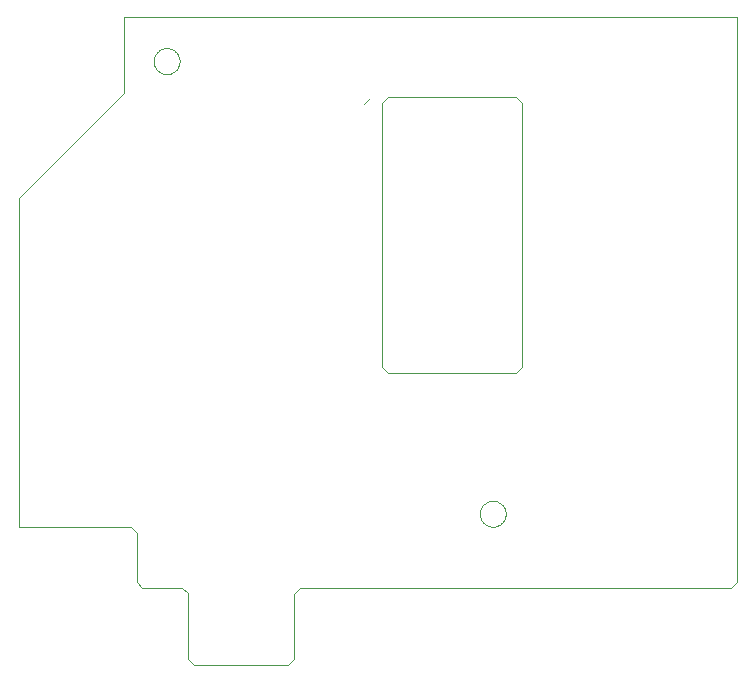
<source format=gbr>
%FSDAX44Y44*%
%MOMM*%
%SFA1B1*%

%IPPOS*%
%ADD27C,0.100000*%
%LNpcb1_keep-out-1*%
%LPD*%
G54D27*
X00888800Y01073863D02*
X00893700Y01078763D01*
X00814600Y00602663D02*
Y00658063D01*
X00729600Y00597663D02*
X00809600D01*
X00814600Y00602663*
X00724600D02*
Y00658363D01*
Y00602663D02*
X00729600Y00597663D01*
X00686300Y00663363D02*
X00719600D01*
X00724600Y00658363*
X00681200Y00668363D02*
Y00709363D01*
X00686200Y00663363D02*
X00686300D01*
X00681200Y00668363D02*
X00686200Y00663363D01*
X00581300Y00714263D02*
X00676300D01*
X00681200Y00709363*
X00670400Y01146810D02*
X01189300D01*
Y00668063D02*
Y01146810D01*
X01184300Y00663063D02*
X01189300Y00668063D01*
X00819600Y00663063D02*
X01184300D01*
X00814600Y00658063D02*
X00819600Y00663063D01*
X00581300Y00714263D02*
Y00993163D01*
X00670400Y01082263*
Y01146810*
X00893700Y01078763D02*
X01002800D01*
X01007700Y01073863*
Y00849863D02*
Y01073863D01*
X01002700Y00844863D02*
X01007700Y00849863D01*
X00893700Y00844863D02*
X01002700D01*
X00888800Y00849763D02*
X00893700Y00844863D01*
X00888800Y00849763D02*
Y01073863D01*
X00874033Y01072593D02*
X00878933Y01077493D01*
X00993769Y00726602D02*
X00993796Y00725835D01*
X00993689Y00727366D02*
X00993769Y00726602D01*
X00993556Y00728122D02*
X00993689Y00727366D01*
X00993370Y00728867D02*
X00993556Y00728122D01*
X00993133Y00729597D02*
X00993370Y00728867D01*
X00992845Y00730309D02*
X00993133Y00729597D01*
X00992508Y00730999D02*
X00992845Y00730309D01*
X00992124Y00731664D02*
X00992508Y00730999D01*
X00991695Y00732301D02*
X00992124Y00731664D01*
X00991223Y00732906D02*
X00991695Y00732301D01*
X00990709Y00733476D02*
X00991223Y00732906D01*
X00990156Y00734010D02*
X00990709Y00733476D01*
X00989568Y00734503D02*
X00990156Y00734010D01*
X00988947Y00734954D02*
X00989568Y00734503D01*
X00988296Y00735361D02*
X00988947Y00734954D01*
X00987618Y00735722D02*
X00988296Y00735361D01*
X00986917Y00736034D02*
X00987618Y00735722D01*
X00986195Y00736297D02*
X00986917Y00736034D01*
X00985457Y00736508D02*
X00986195Y00736297D01*
X00984706Y00736668D02*
X00985457Y00736508D01*
X00983946Y00736775D02*
X00984706Y00736668D01*
X00983180Y00736828D02*
X00983946Y00736775D01*
X00982412Y00736828D02*
X00983180D01*
X00981646Y00736775D02*
X00982412Y00736828D01*
X00980886Y00736668D02*
X00981646Y00736775D01*
X00980135Y00736508D02*
X00980886Y00736668D01*
X00979397Y00736297D02*
X00980135Y00736508D01*
X00978675Y00736034D02*
X00979397Y00736297D01*
X00977974Y00735722D02*
X00978675Y00736034D01*
X00977296Y00735361D02*
X00977974Y00735722D01*
X00976645Y00734954D02*
X00977296Y00735361D01*
X00976024Y00734503D02*
X00976645Y00734954D01*
X00975436Y00734010D02*
X00976024Y00734503D01*
X00974883Y00733476D02*
X00975436Y00734010D01*
X00974369Y00732906D02*
X00974883Y00733476D01*
X00973897Y00732301D02*
X00974369Y00732906D01*
X00973467Y00731664D02*
X00973897Y00732301D01*
X00973084Y00730999D02*
X00973467Y00731664D01*
X00972747Y00730309D02*
X00973084Y00730999D01*
X00972459Y00729597D02*
X00972747Y00730309D01*
X00972222Y00728867D02*
X00972459Y00729597D01*
X00972036Y00728122D02*
X00972222Y00728867D01*
X00971903Y00727366D02*
X00972036Y00728122D01*
X00971823Y00726602D02*
X00971903Y00727366D01*
X00971796Y00725835D02*
X00971823Y00726602D01*
X00971796Y00725835D02*
X00971823Y00725068D01*
X00971903Y00724304*
X00972036Y00723548*
X00972222Y00722803*
X00972459Y00722073*
X00972747Y00721361*
X00973084Y00720671*
X00973467Y00720006*
X00973897Y00719369*
X00974369Y00718764*
X00974883Y00718194*
X00975436Y00717660*
X00976024Y00717167*
X00976645Y00716716*
X00977296Y00716309*
X00977974Y00715948*
X00978675Y00715636*
X00979397Y00715373*
X00980135Y00715162*
X00980886Y00715002*
X00981646Y00714895*
X00982412Y00714842*
X00983180*
X00983946Y00714895*
X00984706Y00715002*
X00985457Y00715162*
X00986195Y00715373*
X00986917Y00715636*
X00987618Y00715948*
X00988296Y00716309*
X00988947Y00716716*
X00989568Y00717167*
X00990156Y00717660*
X00990709Y00718194*
X00991223Y00718764*
X00991695Y00719369*
X00992124Y00720006*
X00992508Y00720671*
X00992845Y00721361*
X00993133Y00722073*
X00993370Y00722803*
X00993556Y00723548*
X00993689Y00724304*
X00993769Y00725068*
X00993796Y00725835*
X00717569Y01109802D02*
X00717596Y01109035D01*
X00717489Y01110566D02*
X00717569Y01109802D01*
X00717356Y01111322D02*
X00717489Y01110566D01*
X00717170Y01112067D02*
X00717356Y01111322D01*
X00716933Y01112797D02*
X00717170Y01112067D01*
X00716645Y01113509D02*
X00716933Y01112797D01*
X00716308Y01114199D02*
X00716645Y01113509D01*
X00715925Y01114864D02*
X00716308Y01114199D01*
X00715495Y01115501D02*
X00715925Y01114864D01*
X00715022Y01116106D02*
X00715495Y01115501D01*
X00714509Y01116676D02*
X00715022Y01116106D01*
X00713956Y01117210D02*
X00714509Y01116676D01*
X00713368Y01117703D02*
X00713956Y01117210D01*
X00712747Y01118154D02*
X00713368Y01117703D01*
X00712096Y01118561D02*
X00712747Y01118154D01*
X00711418Y01118922D02*
X00712096Y01118561D01*
X00710717Y01119234D02*
X00711418Y01118922D01*
X00709995Y01119497D02*
X00710717Y01119234D01*
X00709257Y01119708D02*
X00709995Y01119497D01*
X00708506Y01119868D02*
X00709257Y01119708D01*
X00707746Y01119975D02*
X00708506Y01119868D01*
X00706980Y01120028D02*
X00707746Y01119975D01*
X00706212Y01120028D02*
X00706980D01*
X00705446Y01119975D02*
X00706212Y01120028D01*
X00704686Y01119868D02*
X00705446Y01119975D01*
X00703935Y01119708D02*
X00704686Y01119868D01*
X00703197Y01119497D02*
X00703935Y01119708D01*
X00702475Y01119234D02*
X00703197Y01119497D01*
X00701774Y01118922D02*
X00702475Y01119234D01*
X00701096Y01118561D02*
X00701774Y01118922D01*
X00700445Y01118154D02*
X00701096Y01118561D01*
X00699824Y01117703D02*
X00700445Y01118154D01*
X00699236Y01117210D02*
X00699824Y01117703D01*
X00698683Y01116676D02*
X00699236Y01117210D01*
X00698169Y01116106D02*
X00698683Y01116676D01*
X00697697Y01115501D02*
X00698169Y01116106D01*
X00697268Y01114864D02*
X00697697Y01115501D01*
X00696884Y01114199D02*
X00697268Y01114864D01*
X00696547Y01113509D02*
X00696884Y01114199D01*
X00696259Y01112797D02*
X00696547Y01113509D01*
X00696022Y01112067D02*
X00696259Y01112797D01*
X00695836Y01111322D02*
X00696022Y01112067D01*
X00695703Y01110566D02*
X00695836Y01111322D01*
X00695623Y01109802D02*
X00695703Y01110566D01*
X00695596Y01109035D02*
X00695623Y01109802D01*
X00695596Y01109035D02*
X00695623Y01108268D01*
X00695703Y01107504*
X00695836Y01106748*
X00696022Y01106003*
X00696259Y01105273*
X00696547Y01104561*
X00696884Y01103871*
X00697268Y01103206*
X00697697Y01102569*
X00698169Y01101964*
X00698683Y01101394*
X00699236Y01100860*
X00699824Y01100367*
X00700445Y01099916*
X00701096Y01099509*
X00701774Y01099148*
X00702475Y01098836*
X00703197Y01098573*
X00703935Y01098362*
X00704686Y01098202*
X00705446Y01098095*
X00706212Y01098042*
X00706980*
X00707746Y01098095*
X00708506Y01098202*
X00709257Y01098362*
X00709995Y01098573*
X00710717Y01098836*
X00711418Y01099148*
X00712096Y01099509*
X00712747Y01099916*
X00713368Y01100367*
X00713956Y01100860*
X00714509Y01101394*
X00715022Y01101964*
X00715495Y01102569*
X00715925Y01103206*
X00716308Y01103871*
X00716645Y01104561*
X00716933Y01105273*
X00717170Y01106003*
X00717356Y01106748*
X00717489Y01107504*
X00717569Y01108268*
X00717596Y01109035*
M02*
</source>
